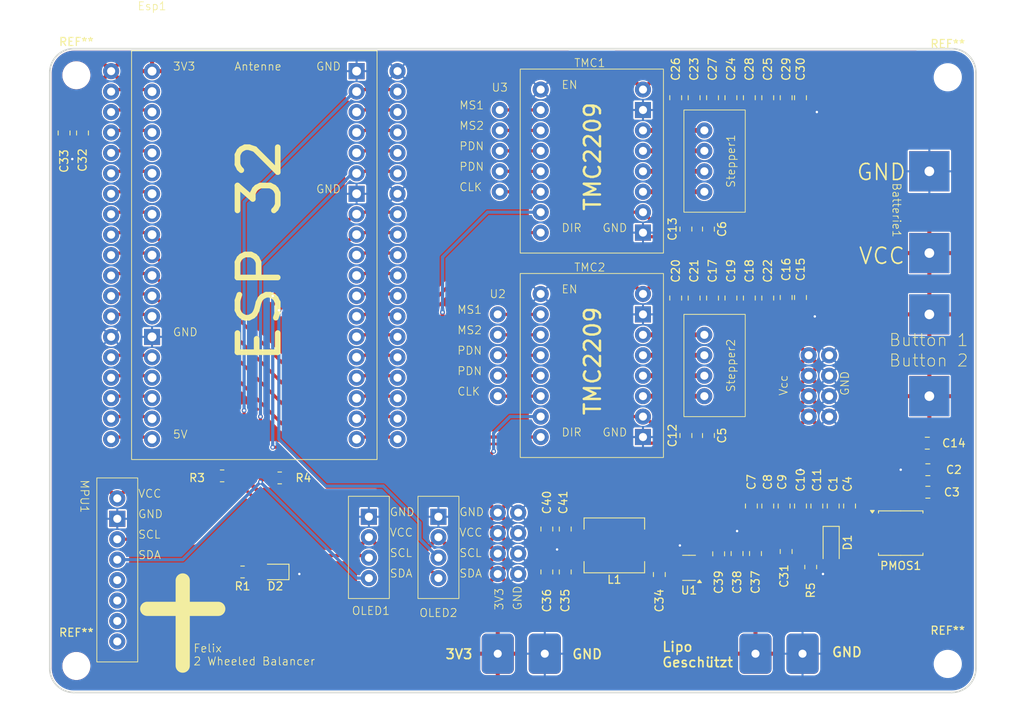
<source format=kicad_pcb>
(kicad_pcb (version 20241229) (generator "pcbnew") (generator_version "9.0")
  (layers (0 "F.Cu" signal) (2 "B.Cu" signal) (13 "F.Paste" user) (15 "B.Paste" user) (5 "F.SilkS" user "F.Silkscreen") (7 "B.SilkS" user "B.Silkscreen") (1 "F.Mask" user) (3 "B.Mask" user) (25 "Edge.Cuts" user))
  (net 0 "")
  (net 1 "GND")
  (net 2 "/SDA2")
  (net 3 "/STEP2")
  (net 4 "/DIR2")
  (net 5 "/SCL1")
  (net 6 "/SDA1")
  (net 7 "/SCL2")
  (net 8 "/STEP1")
  (net 9 "/DIR1")
  (net 10 "+3V3")
  (net 11 "Net-(TMC1-B1)")
  (net 12 "Net-(TMC1-A2)")
  (net 13 "Net-(TMC1-A1)")
  (net 14 "Net-(TMC1-B2)")
  (net 15 "Net-(TMC2-A2)")
  (net 16 "Net-(TMC2-B1)")
  (net 17 "Net-(TMC2-A1)")
  (net 18 "Net-(TMC2-B2)")
  (net 19 "+7.5V")
  (net 20 "/2s Lipo")
  (net 21 "/2s lipo after Button")
  (net 22 "Net-(D1-A)")
  (net 23 "Net-(D2-A)")
  (net 24 "Net-(U1-BST)")
  (net 25 "Net-(U1-SW)")
  (net 30 "/0")
  (net 31 "/22")
  (net 32 "/35")
  (net 33 "/15")
  (net 34 "/VP")
  (net 35 "/D3")
  (net 36 "/TX")
  (net 37 "/13")
  (net 38 "/12")
  (net 39 "/CMD")
  (net 40 "/2")
  (net 41 "/16")
  (net 42 "/4")
  (net 43 "/17")
  (net 44 "/5v")
  (net 45 "/D2")
  (net 46 "/D0")
  (net 47 "/34")
  (net 48 "/VN")
  (net 49 "/CLK")
  (net 50 "/En")
  (net 51 "/33")
  (net 52 "/RX")
  (net 53 "/5")
  (net 54 "/D1")
  (net 55 "/32")
  (net 56 "Net-(TMC1-MS1)")
  (net 57 "Net-(TMC1-PDN-Pad5)")
  (net 58 "Net-(TMC1-MS2)")
  (net 59 "Net-(TMC1-PDN-Pad4)")
  (net 60 "Net-(TMC1-CLK)")
  (net 61 "Net-(TMC2-CLK)")
  (net 62 "Net-(TMC2-PDN-Pad5)")
  (net 63 "Net-(TMC2-PDN-Pad4)")
  (net 64 "Net-(TMC2-MS2)")
  (net 65 "Net-(TMC2-MS1)")
  (footprint "Package_SO:SOIC-8_5.3x5.3mm_P1.27mm" (layer "F.Cu") (at 174.244 105.918)
    (property "Reference" "PMOS1")
    (property "Value" "~")
  )
  (footprint "Capacitor_SMD:C_0805_2012Metric" (layer "F.Cu") (at 132.588 105.41 -90)
    (property "Reference" "C41")
    (property "Value" "0.1uf ceramic")
  )
  (footprint "Capacitor_SMD:C_0805_2012Metric" (layer "F.Cu") (at 155.448 76.708 -90)
    (property "Reference" "C18")
    (property "Value" "22uf ceramic")
  )
  (footprint "stepperbalancerelectronicsfootprints:Test Pad" (layer "F.Cu") (at 124.206 120.904)
    (property "Reference" "U6" (hide yes))
    (property "Value" "~")
  )
  (footprint "stepperbalancerelectronicsfootprints:MPU6050" (layer "F.Cu") (at 76.962 101.6 -90)
    (property "Reference" "MPU1")
    (property "Value" "~")
  )
  (footprint "Capacitor_SMD:C_0805_2012Metric" (layer "F.Cu") (at 153.924 108.458 -90)
    (property "Reference" "C38")
    (property "Value" "1uf ceramic")
  )
  (footprint "Resistor_SMD:R_0805_2012Metric" (layer "F.Cu") (at 89.98 98.806)
    (property "Reference" "R3")
    (property "Value" "3,3ko")
  )
  (footprint "Capacitor_SMD:C_0805_2012Metric" (layer "F.Cu") (at 147.574 93.792 90)
    (property "Reference" "C12")
    (property "Value" "1uf ceramic")
  )
  (footprint "MountingHole:MountingHole_3.2mm_M3" (layer "F.Cu") (at 180.086 122.174)
    (property "Reference" "REF**")
    (property "Value" "MountingHole_3.2mm_M3")
  )
  (footprint "MountingHole:MountingHole_3.2mm_M3" (layer "F.Cu") (at 71.882 49.022)
    (property "Reference" "REF**")
    (property "Value" "MountingHole_3.2mm_M3")
  )
  (footprint "Capacitor_SMD:C_0805_2012Metric" (layer "F.Cu") (at 157.734 76.708 -90)
    (property "Reference" "C22")
    (property "Value" "22uf ceramic")
  )
  (footprint "Capacitor_SMD:C_0805_2012Metric" (layer "F.Cu") (at 151.638 108.489 90)
    (property "Reference" "C39")
    (property "Value" "0.1uf ceramic")
  )
  (footprint "stepperbalancerelectronicsfootprints:Stepper extra connecter" (layer "F.Cu") (at 124.206 78.74 -90)
    (property "Reference" "U2")
    (property "Value" "~")
  )
  (footprint "Capacitor_SMD:C_0805_2012Metric" (layer "F.Cu") (at 153.162 76.708 -90)
    (property "Reference" "C19")
    (property "Value" "22uf ceramic")
  )
  (footprint "Capacitor_SMD:C_0805_2012Metric" (layer "F.Cu") (at 146.304 51.816 -90)
    (property "Reference" "C26")
    (property "Value" "22uf ceramic")
  )
  (footprint "Capacitor_SMD:C_0805_2012Metric" (layer "F.Cu") (at 167.894 102.55 90)
    (property "Reference" "C4")
    (property "Value" "0.1uf ceramic")
  )
  (footprint "Capacitor_SMD:C_0805_2012Metric" (layer "F.Cu") (at 163.83 102.55 90)
    (property "Reference" "C11")
    (property "Value" "22uf ceramic")
  )
  (footprint "Capacitor_SMD:C_0805_2012Metric" (layer "F.Cu") (at 160.02 76.642 90)
    (property "Reference" "C16")
    (property "Value" "1uf ceramic")
  )
  (footprint "Capacitor_SMD:C_0805_2012Metric" (layer "F.Cu") (at 156.21 108.458 -90)
    (property "Reference" "C37")
    (property "Value" "22uf ceramic")
  )
  (footprint "stepperbalancerelectronicsfootprints:4x Power" (layer "F.Cu") (at 124.206 103.378)
    (property "Reference" "U4" (hide yes))
    (property "Value" "~")
  )
  (footprint "Resistor_SMD:R_0805_2012Metric" (layer "F.Cu") (at 163.068 110.1325 90)
    (property "Reference" "R5")
    (property "Value" "100ko")
  )
  (footprint "Capacitor_SMD:C_0805_2012Metric" (layer "F.Cu") (at 72.644 56.2 90)
    (property "Reference" "C32")
    (property "Value" "1uf ceramic")
  )
  (footprint "LED_SMD:LED_0805_2012Metric" (layer "F.Cu") (at 96.5985 110.744 180)
    (property "Reference" "D2")
    (property "Value" "LED")
  )
  (footprint "Capacitor_SMD:C_0805_2012Metric" (layer "F.Cu") (at 144.272 111.064 -90)
    (property "Reference" "C34")
    (property "Value" "0.1uf ceramic")
  )
  (footprint "stepperbalancerelectronicsfootprints:Stepper extra connecter" (layer "F.Cu") (at 124.46 53.34 -90)
    (property "Reference" "U3")
    (property "Value" "~")
  )
  (footprint "Capacitor_SMD:C_0805_2012Metric" (layer "F.Cu") (at 161.798 51.816 -90)
    (property "Reference" "C30")
    (property "Value" "0.1uf ceramic")
  )
  (footprint "stepperbalancerelectronicsfootprints:ESP breakouts" (layer "F.Cu") (at 76.2 48.514)
    (property "Reference" "Esp32C1" (hide yes))
    (property "Value" "~" (hide yes))
  )
  (footprint "Capacitor_SMD:C_0805_2012Metric" (layer "F.Cu") (at 177.546 94.742 180)
    (property "Reference" "C14")
    (property "Value" "0.1uf ceramic")
  )
  (footprint "Capacitor_SMD:C_0805_2012Metric" (layer "F.Cu") (at 150.876 76.708 -90)
    (property "Reference" "C17")
    (property "Value" "22uf ceramic")
  )
  (footprint "Diode_SMD:D_SOD-123" (layer "F.Cu") (at 165.608 107.442 -90)
    (property "Reference" "D1")
    (property "Value" "D_Zener")
  )
  (footprint "stepperbalancerelectronicsfootprints:Button_connector" (layer "F.Cu") (at 182.88 86.36 -90)
    (property "Reference" "Button1" (hide yes))
    (property "Value" "~")
  )
  (footprint "Capacitor_SMD:C_0805_2012Metric" (layer "F.Cu") (at 157.734 51.816 -90)
    (property "Reference" "C25")
    (property "Value" "22uf ceramic")
  )
  (footprint "Capacitor_SMD:C_0805_2012Metric" (layer "F.Cu") (at 148.59 51.816 -90)
    (property "Reference" "C23")
    (property "Value" "22uf ceramic")
  )
  (footprint "Capacitor_SMD:C_0805_2012Metric" (layer "F.Cu") (at 132.588 110.744 90)
    (property "Reference" "C35")
    (property "Value" "22uf ceramic")
  )
  (footprint "Capacitor_SMD:C_0805_2012Metric" (layer "F.Cu") (at 160.02 108.204 -90)
    (property "Reference" "C31")
    (property "Value" "47nf ceramic")
  )
  (footprint "Capacitor_SMD:C_0805_2012Metric" (layer "F.Cu") (at 150.368 93.792 -90)
    (property "Reference" "C5")
    (property "Value" "0.1uf ceramic")
  )
  (footprint "Capacitor_SMD:C_0805_2012Metric" (layer "F.Cu") (at 157.734 102.55 90)
    (property "Reference" "C8")
    (property "Value" "22uf ceramic")
  )
  (footprint "Capacitor_SMD:C_0805_2012Metric" (layer "F.Cu") (at 146.304 76.708 -90)
    (property "Reference" "C20")
    (property "Value" "22uf ceramic")
  )
  (footprint "Capacitor_SMD:C_0805_2012Metric" (layer "F.Cu") (at 177.612 98.044)
    (property "Reference" "C2")
    (property "Value" "1uf ceramic")
  )
  (footprint "stepperbalancerelectronicsfootprints:OLED" (layer "F.Cu") (at 108.204 103.886 -90)
    (property "Reference" "OLED1")
    (property "Value" "~")
  )
  (footprint "Capacitor_SMD:C_0805_2012Metric" (layer "F.Cu") (at 130.302 110.744 90)
    (property "Reference" "C36")
    (property "Value" "22uf ceramic")
  )
  (footprint "Capacitor_SMD:C_0805_2012Metric" (layer "F.Cu") (at 160.02 51.816 90)
    (property "Reference" "C29")
    (property "Value" "1uf ceramic")
  )
  (footprint "stepperbalancerelectronicsfootprints:Stepper" (layer "F.Cu") (at 149.86 55.88)
    (property "Reference" "Stepper1")
    (property "Value" "~")
  )
  (footprint "stepperbalancerelectronicsfootprints:TMC2209" (layer "F.Cu") (at 129.54 76.2)
    (property "Reference" "TMC2")
    (property "Value" "~")
  )
  (footprint "MountingHole:MountingHole_3.2mm_M3" (layer "F.Cu") (at 71.882 122.428)
    (property "Reference" "REF**")
    (property "Value" "MountingHole_3.2mm_M3")
  )
  (footprint "Package_TO_SOT_SMD:TSOT-23-6" (layer "F.Cu") (at 147.9605 110.236 180)
    (property "Reference" "U1")
    (property "Value" "AP63203WU")
  )
  (footprint "Resistor_SMD:R_0805_2012Metric" (layer "F.Cu") (at 97.1315 99.06)
    (property "Reference" "R4")
    (property "Value" "3,3ko")
  )
  (footprint "stepperbalancerelectronicsfootprints:ESP32" (layer "F.Cu") (at 81.28 48.514)
    (property "Reference" "Esp1")
    (property "Value" "~")
  )
  (footprint "Resistor_SMD:R_0805_2012Metric" (layer "F.Cu") (at 92.519 110.744)
    (property "Reference" "R1")
    (property "Value" "330o")
  )
  (footprint "stepperbalancerelectronicsfootprints:TMC2209" (layer "F.Cu") (at 129.54 50.8)
    (property "Reference" "TMC1")
    (property "Value" "~")
  )
  (footprint "Capacitor_SMD:C_0805_2012Metric" (layer "F.Cu") (at 155.702 102.55 90)
    (property "Reference" "C7")
    (property "Value" "22uf ceramic")
  )
  (footprint "Capacitor_SMD:C_0805_2012Metric" (layer "F.Cu") (at 161.798 76.642 -90)
    (property "Reference" "C15")
    (property "Value" "0.1uf ceramic")
  )
  (footprint "Capacitor_SMD:C_0805_2012Metric" (layer "F.Cu") (at 70.358 56.2 -90)
    (property "Reference" "C33")
    (property "Value" "0.1uf ceramic")
  )
  (footprint "stepperbalancerelectronicsfootprints:Test Pad" (layer "F.Cu") (at 156.21 120.904)
    (property "Reference" "U8" (hide yes))
    (property "Value" "~")
  )
  (footprint "Capacitor_SMD:C_0805_2012Metric" (layer "F.Cu") (at 147.574 68.138 90)
    (property "Reference" "C13")
    (property "Value" "1uf ceramic")
  )
  (footprint "Capacitor_SMD:C_0805_2012Metric" (layer "F.Cu") (at 150.368 68.138 -90)
    (property "Reference" "C6")
    (property "Value" "0.1uf ceramic")
  )
  (footprint "stepperbalancerelectronicsfootprints:Test Pad" (layer "F.Cu") (at 130.048 120.904)
    (property "Reference" "U7" (hide yes))
    (property "Value" "~")
  )
  (footprint "Capacitor_SMD:C_0805_2012Metric" (layer "F.Cu") (at 155.448 51.816 -90)
    (property "Reference" "C28")
    (property "Value" "22uf ceramic")
  )
  (footprint "Capacitor_SMD:C_0805_2012Metric" (layer "F.Cu") (at 165.862 102.55 90)
    (property "Reference" "C1")
    (property "Value" "1uf ceramic")
  )
  (footprint "stepperbalancerelectronicsfootprints:Batterie" (layer "F.Cu") (at 182.88 63.5 -90)
    (property "Reference" "Batterie1")
    (property "Value" "~")
  )
  (footprint "Capacitor_SMD:C_0805_2012Metric" (layer "F.Cu") (at 177.612 100.838 180)
    (property "Reference" "C3")
    (property "Value" "10uf ceramic")
  )
  (footprint "stepperbalancerelectronicsfootprints:Test Pad" (layer "F.Cu") (at 162.052 120.904)
    (property "Reference" "U9" (hide yes))
    (property "Value" "~")
  )
  (footprint "Capacitor_SMD:C_0805_2012Metric" (layer "F.Cu") (at 148.59 76.708 -90)
    (property "Reference" "C21")
    (property "Value" "22uf ceramic")
  )
  (footprint "Capacitor_SMD:C_0805_2012Metric" (layer "F.Cu") (at 159.766 102.55 90)
    (property "Reference" "C9")
    (property "Value" "22uf ceramic")
  )
  (footprint "Capacitor_SMD:C_0805_2012Metric" (layer "F.Cu") (at 153.162 51.816 -90)
    (property "Reference" "C24")
    (property "Value" "22uf ceramic")
  )
  (footprint "stepperbalancerelectronicsfootprints:4x Power" (layer "F.Cu") (at 162.814 83.82)
    (property "Reference" "U5" (hide yes))
    (property "Value" "~")
  )
  (footprint "Inductor_SMD:L_Chilisin_BMRB00060624" (layer "F.Cu") (at 138.684 107.442 180)
    (property "Reference" "L1")
    (property "Value" "L 4.7uH")
  )
  (footprint "MountingHole:MountingHole_3.2mm_M3" (layer "F.Cu") (at 180.086 49.276)
    (property "Reference" "REF**")
    (property "Value" "MountingHole_3.2mm_M3")
  )
  (footprint "stepperbalancerelectronicsfootprints:Stepper" (layer "F.Cu") (at 149.86 81.28)
    (property "Reference" "Stepper2")
    (property "Value" "~")
  )
  (footprint "Capacitor_SMD:C_0805_2012Metric" (layer "F.Cu") (at 161.798 102.55 90)
    (property "Reference" "C10")
    (property "Value" "22uf ceramic")
  )
  (footprint "Capacitor_SMD:C_0805_2012Metric" (layer "F.Cu") (at 150.876 51.816 -90)
    (property "Reference" "C27")
    (property "Value" "22uf ceramic")
  )
  (footprint "Capacitor_SMD:C_0805_2012Metric" (layer "F.Cu") (at 130.302 105.41 90)
    (property "Reference" "C40")
    (property "Value" "1uf ceramic")
  )
  (footprint "stepperbalancerelectronicsfootprints:OLED" (layer "F.Cu") (at 116.84 103.886 -90)
    (property "Reference" "OLED2")
    (property "Value" "~")
  )
  (gr_poly (pts (xy 85.135387 110.921537) (xy 85.180177 110.924943) (xy 85.224315 110.930552) (xy 85.267747 110.938308) (xy 85.310417 110.948156) (xy 85.352269 110.960041) (xy 85.393248 110.973906) (xy 85.433299 110.989698) (xy 85.472366 111.00736) (xy 85.510394 111.026837) (xy 85.547327 111.048073) (xy 85.58311 111.071013) (xy 85.617688 111.095602) (xy 85.651005 111.121784) (xy 85.683006 111.149504) (xy 85.713635 111.178707) (xy 85.742837 111.209336) (xy 85.770556 111.241337) (xy 85.796738 111.274655) (xy 85.821326 111.309233) (xy 85.844266 111.345016) (xy 85.865502 111.381949) (xy 85.884978 111.419977) (xy 85.902639 111.459044) (xy 85.91843 111.499094) (xy 85.932296 111.540073) (xy 85.94418 111.581924) (xy 85.954028 111.624593) (xy 85.961783 111.668024) (xy 85.967392 111.712161) (xy 85.970798 111.75695) (xy 85.971945 111.802334) (xy 85.971945 114.448167) (xy 89.499722 114.448167) (xy 89.545108 114.449315) (xy 89.589898 114.452721) (xy 89.634037 114.458329) (xy 89.677468 114.466085) (xy 89.720138 114.475933) (xy 89.76199 114.487818) (xy 89.802969 114.501684) (xy 89.84302 114.517475) (xy 89.882087 114.535137) (xy 89.920115 114.554614) (xy 89.957048 114.57585) (xy 89.992831 114.598791) (xy 90.027409 114.623379) (xy 90.060726 114.649562) (xy 90.092727 114.677282) (xy 90.123356 114.706484) (xy 90.152558 114.737114) (xy 90.180277 114.769115) (xy 90.206459 114.802432) (xy 90.231048 114.83701) (xy 90.253987 114.872793) (xy 90.275223 114.909726) (xy 90.294699 114.947754) (xy 90.312361 114.986821) (xy 90.328152 115.026871) (xy 90.342017 115.06785) (xy 90.353901 115.109701) (xy 90.363749 115.15237) (xy 90.371505 115.195801) (xy 90.377113 115.239938) (xy 90.380519 115.284727) (xy 90.381666 115.330112) (xy 90.380519 115.375498) (xy 90.377113 115.420288) (xy 90.371505 115.464426) (xy 90.363749 115.507858) (xy 90.353901 115.550528) (xy 90.342017 115.59238) (xy 90.328152 115.633359) (xy 90.312361 115.67341) (xy 90.294699 115.712477) (xy 90.275223 115.750505) (xy 90.253987 115.787438) (xy 90.231048 115.823221) (xy 90.206459 115.857799) (xy 90.180277 115.891116) (xy 90.152558 115.923117) (xy 90.123356 115.953746) (xy 90.092727 115.982948) (xy 90.060726 116.010667) (xy 90.027409 116.036849) (xy 89.992831 116.061437) (xy 89.957048 116.084377) (xy 89.920115 116.105613) (xy 89.882087 116.125089) (xy 89.84302 116.14275) (xy 89.802969 116.158541) (xy 89.76199 116.172407) (xy 89.720138 116.184291) (xy 89.677468 116.194138) (xy 89.634037 116.201894) (xy 89.589898 116.207503) (xy 89.545108 116.210908) (xy 89.499722 116.212056) (xy 85.971945 116.212056) (xy 85.971945 122.385666) (xy 85.970798 122.431052) (xy 85.967392 122.475842) (xy 85.961783 122.519981) (xy 85.954028 122.563413) (xy 85.94418 122.606082) (xy 85.932296 122.647934) (xy 85.91843 122.688914) (xy 85.902639 122.728964) (xy 85.884978 122.768031) (xy 85.865502 122.806059) (xy 85.844266 122.842992) (xy 85.821326 122.878776) (xy 85.796738 122.913353) (xy 85.770556 122.94667) (xy 85.742837 122.978671) (xy 85.713635 123.0093) (xy 85.683006 123.038502) (xy 85.651005 123.066222) (xy 85.617688 123.092403) (xy 85.58311 123.116992) (xy 85.547327 123.139932) (xy 85.510394 123.161167) (xy 85.472366 123.180644) (xy 85.433299 123.198305) (xy 85.393248 123.214096) (xy 85.352269 123.227961) (xy 85.310417 123.239846) (xy 85.267747 123.249693) (xy 85.224315 123.257449) (xy 85.180177 123.263058) (xy 85.135387 123.266463) (xy 85.090001 123.267611) (xy 85.044615 123.266463) (xy 84.999825 123.263058) (xy 84.955686 123.257449) (xy 84.912254 123.249693) (xy 84.869584 123.239846) (xy 84.827732 123.227961) (xy 84.786753 123.214096) (xy 84.746702 123.198305) (xy 84.707635 123.180644) (xy 84.669607 123.161167) (xy 84.632674 123.139932) (xy 84.596891 123.116992) (xy 84.562313 123.092403) (xy 84.528996 123.066222) (xy 84.496995 123.038502) (xy 84.466366 123.0093) (xy 84.437164 122.978671) (xy 84.409445 122.94667) (xy 84.383263 122.913353) (xy 84.358674 122.878776) (xy 84.335735 122.842992) (xy 84.314499 122.806059) (xy 84.295023 122.768031) (xy 84.277361 122.728964) (xy 84.26157 122.688914) (xy 84.247705 122.647934) (xy 84.235821 122.606082) (xy 84.225973 122.563413) (xy 84.218217 122.519981) (xy 84.212609 122.475842) (xy 84.209203 122.431052) (xy 84.208056 122.385666) (xy 84.208056 116.212056) (xy 80.680279 116.212056) (xy 80.634894 116.210908) (xy 80.590106 116.207503) (xy 80.545968 116.201894) (xy 80.502537 116.194138) (xy 80.459868 116.184291) (xy 80.418017 116.172407) (xy 80.377038 116.158541) (xy 80.336988 116.14275) (xy 80.297921 116.125089) (xy 80.259893 116.105613) (xy 80.22296 116.084377) (xy 80.187177 116.061437) (xy 80.152599 116.036849) (xy 80.119282 116.010667) (xy 80.087281 115.982948) (xy 80.056651 115.953746) (xy 80.027449 115.923117) (xy 79.999729 115.891116) (xy 79.973547 115.857799) (xy 79.948958 115.823221) (xy 79.926017 115.787438) (xy 79.904781 115.750505) (xy 79.885304 115.712477) (xy 79.867643 115.67341) (xy 79.851851 115.633359) (xy 79.837985 115.59238) (xy 79.826101 115.550528) (xy 79.816253 115.507858) (xy 79.808496 115.464426) (xy 79.802888 115.420288) (xy 79.799482 115.375498) (xy 79.798334 115.330112) (xy 79.799482 115.284727) (xy 79.802888 115.239938) (xy 79.808496 115.195801) (xy 79.816253 115.15237) (xy 79.826101 115.109701) (xy 79.837985 115.06785) (xy 79.851851 115.026871) (xy 79.867643 114.986821) (xy 79.885304 114.947754) (xy 79.904781 114.909726) (xy 79.926017 114.872793) (xy 79.948958 114.83701) (xy 79.973547 114.802432) (xy 79.999729 114.769115) (xy 80.027449 114.737114) (xy 80.056651 114.706484) (xy 80.087281 114.677282) (xy 80.119282 114.649562) (xy 80.152599 114.623379) (xy 80.187177 114.598791) (xy 80.22296 114.57585) (xy 80.259893 114.554614) (xy 80.297921 114.535137) (xy 80.336988 114.517475) (xy 80.377038 114.501684) (xy 80.418017 114.487818) (xy 80.459868 114.475933) (xy 80.502537 114.466085) (xy 80.545968 114.458329) (xy 80.590106 114.452721) (xy 80.634894 114.449315) (xy 80.680279 114.448167) (xy 84.208056 114.448167) (xy 84.208056 111.802334) (xy 84.209203 111.75695) (xy 84.212609 111.712161) (xy 84.218217 111.668024) (xy 84.225973 111.624593) (xy 84.235821 111.581924) (xy 84.247705 111.540073) (xy 84.26157 111.499094) (xy 84.277361 111.459044) (xy 84.295023 111.419977) (xy 84.314499 111.381949) (xy 84.335735 111.345016) (xy 84.358674 111.309233) (xy 84.383263 111.274655) (xy 84.409445 111.241337) (xy 84.437164 111.209336) (xy 84.466366 111.178707) (xy 84.496995 111.149504) (xy 84.528996 111.121784) (xy 84.562313 111.095602) (xy 84.596891 111.071013) (xy 84.632674 111.048073) (xy 84.669607 111.026837) (xy 84.707635 111.00736) (xy 84.746702 110.989698) (xy 84.786753 110.973906) (xy 84.827732 110.960041) (xy 84.869584 110.948156) (xy 84.912254 110.938308) (xy 84.955686 110.930552) (xy 84.999825 110.924943) (xy 85.044615 110.921537) (xy 85.090001 110.92039)) (fill yes) (layer "F.SilkS"))
  (gr_line (start 68.58 122.72) (end 68.58 48.72) (stroke (width 0.2)) (layer "Edge.Cuts"))
  (gr_arc (start 68.58 48.72) (mid 69.45868 46.59868) (end 71.58 45.72) (stroke (width 0.2)) (layer "Edge.Cuts"))
  (gr_arc (start 71.58 125.72) (mid 69.45868 124.84132) (end 68.58 122.72) (stroke (width 0.2)) (layer "Edge.Cuts"))
  (gr_line (start 183.58 48.72) (end 183.58 122.72) (stroke (width 0.2)) (layer "Edge.Cuts"))
  (gr_line (start 180.58 125.72) (end 71.58 125.72) (stroke (width 0.2)) (layer "Edge.Cuts"))
  (gr_line (start 71.58 45.72) (end 180.58 45.72) (stroke (width 0.2)) (layer "Edge.Cuts"))
  (gr_arc (start 183.58 122.72) (mid 182.70132 124.84132) (end 180.58 125.72) (stroke (width 0.2)) (layer "Edge.Cuts"))
  (gr_arc (start 180.58 45.72) (mid 182.70132 46.59868) (end 183.58 48.72) (stroke (width 0.2)) (layer "Edge.Cuts"))
  (gr_text "3V3" (at 117.602 121.666 0) (layer "F.SilkS") (effects (font (size 1.2 1.2) (thickness 0.2) (bold yes)) (justify left bottom)))
  (gr_text "Felix\n2 Wheeled Balancer" (at 86.36 122.428 0) (layer "F.SilkS") (effects (font (size 1 1) (thickness 0.1)) (justify left bottom)))
  (gr_text "Lipo\nGeschützt" (at 144.526 122.682 0) (layer "F.SilkS") (effects (font (size 1.2 1.2) (thickness 0.2) (bold yes)) (justify left bottom)))
  (gr_text "ESP 32" (at 97.536 85.09 90) (layer "F.SilkS") (effects (font (size 5 5) (thickness 0.7)) (justify left bottom)))
  (gr_text "3V3" (at 124.968 115.57 90) (layer "F.SilkS") (effects (font (size 1 1) (thickness 0.1)) (justify left bottom)))
  (gr_text "GND" (at 165.608 121.412 0) (layer "F.SilkS") (effects (font (size 1.2 1.2) (thickness 0.2) (bold yes)) (justify left bottom)))
  (gr_text "GND" (at 133.35 121.666 0) (layer "F.SilkS") (effects (font (size 1.2 1.2) (thickness 0.2) (bold yes)) (justify left bottom)))
  (segment (start 96.774 110.744) (end 99.314 110.744) (width 0.2) (layer "F.Cu") (net 1))
  (segment (start 165.354 101.6) (end 161.798 98.044) (width 0.6) (layer "F.Cu") (net 1))
  (segment (start 130.302 109.794) (end 131.572 108.524) (width 0.4) (layer "F.Cu") (net 1))
  (segment (start 176.596 95.692) (end 174.244 98.044) (width 0.4) (layer "F.Cu") (net 1))
  (segment (start 158.242 101.6) (end 161.798 98.044) (width 0.6) (layer "F.Cu") (net 1))
  (segment (start 150.368 94.742) (end 143.002 94.742) (width 0.4) (layer "F.Cu") (net 1))
  (segment (start 176.662 98.044) (end 174.244 98.044) (width 0.4) (layer "F.Cu") (net 1))
  (segment (start 131.572 108.204) (end 131.572 107.95) (width 0.4) (layer "F.Cu") (net 1))
  (segment (start 130.302 106.68) (end 131.572 107.95) (width 0.4) (layer "F.Cu") (net 1))
  (segment (start 132.588 106.36) (end 132.588 106.934) (width 0.4) (layer "F.Cu") (net 1))
  (segment (start 159.766 101.6) (end 159.766 100.076) (width 0.6) (layer "F.Cu") (net 1))
  (segment (start 153.162 52.766) (end 163.002 52.766) (width 0.4) (layer "F.Cu") (net 1))
  (segment (start 176.662 100.838) (end 176.662 100.462) (width 0.4) (layer "F.Cu") (net 1))
  (segment (start 151.638 107.539) (end 152.049 107.539) (width 0.6) (layer "F.Cu") (net 1))
  (segment (start 146.823 109.286) (end 146.823 107.453) (width 0.4) (layer "F.Cu") (net 1))
  (segment (start 132.588 106.934) (end 131.572 107.95) (width 0.4) (layer "F.Cu") (net 1))
  (segment (start 71.374 59.436) (end 71.374 58.42) (width 0.4) (layer "F.Cu") (net 1))
  (segment (start 176.662 100.462) (end 174.244 98.044) (width 0.4) (layer "F.Cu") (net 1))
  (segment (start 132.4 109.794) (end 131.572 108.966) (width 0.4) (layer "F.Cu") (net 1))
  (segment (start 146.304 52.766) (end 157.734 52.766) (width 0.4) (layer "F.Cu") (net 1))
  (segment (start 163.068 111.045) (end 164.545 111.045) (width 0.6) (layer "F.Cu") (net 1))
  (segment (start 153.924 107.508) (end 153.924 105.664) (width 0.6) (layer "F.Cu") (net 1))
  (segment (start 131.572 108.524) (end 131.572 108.204) (width 0.4) (layer "F.Cu") (net 1))
  (segment (start 71.374 58.42) (end 72.644 57.15) (width 0.4) (layer "F.Cu") (net 1))
  (segment (start 131.572 108.966) (end 131.572 108.204) (width 0.4) (layer "F.Cu") (net 1))
  (segment (start 152.049 107.539) (end 153.924 105.664) (width 0.6) (layer "F.Cu") (net 1))
  (segment (start 156.21 107.508) (end 155.768 107.508) (width 0.6) (layer "F.Cu") (net 1))
  (segment (start 71.374 58.166) (end 70.358 57.15) (width 0.4) (layer "F.Cu") (net 1))
  (segment (start 71.374 59.436) (end 71.374 58.166) (width 0.4) (layer "F.Cu") (net 1))
  (segment (start 163.83 101.6) (end 163.83 100.076) (width 0.6) (layer "F.Cu") (net 1))
  (segment (start 162.24 77.658) (end 163.576 78.994) (width 0.4) (layer "F.Cu") (net 1))
  (segment (start 176.596 94.742) (end 176.596 95.692) (width 0.4) (layer "F.Cu") (net 1))
  (segment (start 130.302 106.36) (end 130.302 106.68) (width 0.4) (layer "F.Cu") (net 1))
  (segment (start 155.768 107.508) (end 153.924 105.664) (width 0.6) (layer "F.Cu") (net 1))
  (segment (start 157.734 77.658) (end 157.734 77.724) (width 0.4) (layer "F.Cu") (net 1))
  (segment (start 161.798 101.6) (end 161.798 98.044) (width 0.6) (layer "F.Cu") (net 1))
  (segment (start 142.773 68.047) (end 142.24 68.58) (width 0.2) (layer "F.Cu") (net 1))
  (segment (start 96.762 110.744) (end 96.774 110.744) (width 0.2) (layer "F.Cu") (net 1))
  (segment (start 157.734 77.658) (end 162.24 77.658) (width 0.4) (layer "F.Cu") (net 1))
  (segment (start 146.304 77.658) (end 157.734 77.658) (width 0.4) (layer "F.Cu") (net 1))
  (segment (start 147.066 69.088) (end 149.606 69.088) (width 0.4) (layer "F.Cu") (net 1))
  (segment (start 164.545 111.045) (end 164.592 110.998) (width 0.6) (layer "F.Cu") (net 1))
  (segment (start 163.002 52.766) (end 163.83 53.594) (width 0.4) (layer "F.Cu") (net 1))
  (segment (start 142.748 69.088) (end 147.066 69.088) (width 0.4) (layer "F.Cu") (net 1))
  (segment (start 167.894 101.6) (end 165.354 101.6) (width 0.6) (layer "F.Cu") (net 1))
  (segment (start 155.702 101.6) (end 158.242 101.6) (width 0.6) (layer "F.Cu") (net 1))
  (segment (start 99.314 110.744) (end 99.568 110.998) (width 0.4) (layer "F.Cu") (net 1))
  (segment (start 142.24 68.58) (end 142.748 69.088) (width 0.4) (layer "F.Cu") (net 1))
  (segment (start 96.9495 110.744) (end 99.314 110.744) (width 0.4) (layer "F.Cu") (net 1))
  (segment (start 142.519 93.701) (end 142.24 93.98) (width 0.2) (layer "F.Cu") (net 1))
  (segment (start 159.766 100.076) (end 161.798 98.044) (width 0.6) (layer "F.Cu") (net 1))
  (segment (start 143.002 94.742) (end 142.24 93.98) (width 0.4) (layer "F.Cu") (net 1))
  (segment (start 163.83 100.076) (end 161.798 98.044) (width 0.6) (layer "F.Cu") (net 1))
  (segment (start 132.588 109.794) (end 132.4 109.794) (width 0.4) (layer "F.Cu") (net 1))
  (via (at 161.798 98.044) (size 0.6) (drill 0.3) (layers "F.Cu" "B.Cu") (net 1))
  (via (at 146.823 107.453) (size 0.6) (drill 0.3) (layers "F.Cu" "B.Cu") (net 1))
  (via (at 71.374 59.436) (size 0.6) (drill 0.3) (layers "F.Cu" "B.Cu") (net 1))
  (via (at 131.572 107.95) (size 0.6) (drill 0.3) (layers "F.Cu" "B.Cu") (net 1))
  (via (at 164.592 110.998) (size 0.6) (drill 0.3) (layers "F.Cu" "B.Cu") (net 1))
  (via (at 99.568 110.998) (size 0.6) (drill 0.3) (layers "F.Cu" "B.Cu") (net 1))
  (via (at 153.924 105.664) (size 0.6) (drill 0.3) (layers "F.Cu" "B.Cu") (net 1))
  (via (at 163.576 78.994) (size 0.6) (drill 0.3) (layers "F.Cu" "B.Cu") (net 1))
  (via (at 174.244 98.044) (size 0.6) (drill 0.3) (layers "F.Cu" "B.Cu") (net 1))
  (via (at 163.83 53.594) (size 0.6) (drill 0.3) (layers "F.Cu" "B.Cu") (net 1))
  (segment (start 102.608 101.092) (end 108.966 101.092) (width 0.4) (layer "F.Cu") (net 2))
  (segment (start 112.268 106.934) (end 116.84 111.506) (width 0.4) (layer "F.Cu") (net 2))
  (segment (start 108.966 101.092) (end 112.268 104.394) (width 0.4) (layer "F.Cu") (net 2))
  (segment (start 96.766 95.25) (end 102.608 101.092) (width 0.4) (layer "F.Cu") (net 2))
  (segment (start 112.268 104.394) (end 112.268 106.934) (width 0.4) (layer "F.Cu") (net 2))
  (segment (start 96.266 76.454) (end 106.68 66.04) (width 0.4) (layer "F.Cu") (net 2))
  (segment (start 96.266 95.25) (end 96.766 95.25) (width 0.4) (layer "F.Cu") (net 2))
  (segment (start 106.68 66.04) (end 111.76 66.04) (width 0.4) (layer "F.Cu") (net 2))
  (via (at 96.266 95.25) (size 0.6) (drill 0.3) (layers "F.Cu" "B.Cu") (net 2))
  (via (at 96.266 76.454) (size 0.6) (drill 0.3) (layers "F.Cu" "B.Cu") (net 2))
  (segment (start 96.266 76.454) (end 96.266 95.25) (width 0.4) (layer "B.Cu") (net 2))
  (segment (start 120.879 98.577) (end 123.698 95.758) (width 0.4) (layer "F.Cu") (net 3))
  (segment (start 103.657 98.577) (end 120.879 98.577) (width 0.4) (layer "F.Cu") (net 3))
  (segment (start 76.2 76.2) (end 81.28 76.2) (width 0.4) (layer "F.Cu") (net 3))
  (segment (start 81.28 76.2) (end 103.657 98.577) (width 0.4) (layer "F.Cu") (net 3))
  (via (at 123.698 95.758) (size 0.6) (drill 0.3) (layers "F.Cu" "B.Cu") (net 3))
  (segment (start 123.698 93.472) (end 125.73 91.44) (width 0.4) (layer "B.Cu") (net 3))
  (segment (start 125.73 91.44) (end 129.54 91.44) (width 0.4) (layer "B.Cu") (net 3))
  (segment (start 123.698 95.758) (end 123.698 93.472) (width 0.4) (layer "B.Cu") (net 3))
  (segment (start 81.28 73.66) (end 99.382 91.762) (width 0.4) (layer "F.Cu") (net 4))
  (segment (start 114.543884 97.976) (end 118.539884 93.98) (width 0.4) (layer "F.Cu") (net 4))
  (segment (start 99.382 91.762) (end 99.382 92.699884) (width 0.4) (layer "F.Cu") (net 4))
  (segment (start 99.382 92.699884) (end 104.658116 97.976) (width 0.4) (layer "F.Cu") (net 4))
  (segment (start 118.539884 93.98) (end 129.54 93.98) (width 0.4) (layer "F.Cu") (net 4))
  (segment (start 81.28 73.66) (end 76.2 73.66) (width 0.4) (layer "F.Cu") (net 4))
  (segment (start 104.658116 97.976) (end 114.543884 97.976) (width 0.4) (layer "F.Cu") (net 4))
  (segment (start 107.95 108.712) (end 101.092 108.712) (width 0.4) (layer "F.Cu") (net 5))
  (segment (start 90.805 98.806) (end 92.583 98.806) (width 0.4) (layer "F.Cu") (net 5))
  (segment (start 92.71 100.33) (end 86.36 106.68) (width 0.4) (layer "F.Cu") (net 5))
  (segment (start 92.71 90.678) (end 92.71 98.044) (width 0.4) (layer "F.Cu") (net 5))
  (segment (start 86.36 106.68) (end 76.962 106.68) (width 0.4) (layer "F.Cu") (net 5))
  (segment (start 106.68 50.8) (end 111.76 50.8) (width 0.4) (layer "F.Cu") (net 5))
  (segment (start 108.204 108.966) (end 107.95 108.712) (width 0.4) (layer "F.Cu") (net 5))
  (segment (start 92.71 98.044) (end 92.71 100.33) (width 0.4) (layer "F.Cu") (net 5))
  (segment (start 101.092 108.712) (end 92.71 100.33) (width 0.4) (layer "F.Cu") (net 5))
  (via (at 92.71 90.678) (size 0.6) (drill 0.3) (layers "F.Cu" "B.Cu") (net 5))
  (segment (start 92.71 90.678) (end 92.71 64.77) (width 0.4) (layer "B.Cu") (net 5))
  (segment (start 92.71 64.77) (end 106.68 50.8) (width 0.4) (layer "B.Cu") (net 5))
  (segment (start 94.742 91.44) (end 94.742 96.52) (width 0.4) (layer "F.Cu") (net 6))
  (segment (start 95.25 99.06) (end 94.742 99.568) (width 0.4) (layer "F.Cu") (net 6))
  (segment (start 94.742 98.044) (end 94.742 99.568) (width 0.4) (layer "F.Cu") (net 6))
  (segment (start 94.742 96.52) (end 94.742 98.044) (width 0.4) (layer "F.Cu") (net 6))
  (segment (start 96.219 99.06) (end 95.25 99.06) (width 0.4) (layer "F.Cu") (net 6))
  (segment (start 106.68 60.96) (end 111.76 60.96) (width 0.4) (layer "F.Cu") (net 6))
  (segment (start 106.68 60.96) (end 106.418 60.96) (width 0.4) (layer "F.Cu") (net 6))
  (via (at 94.742 91.44) (size 0.6) (drill 0.3) (layers "F.Cu" "B.Cu") (net 6))
  (via (at 94.742 99.568) (size 0.6) (drill 0.3) (layers "F.Cu" "B.Cu") (net 6))
  (segment (start 94.742 99.568) (end 94.615 99.695) (width 0.4) (layer "B.Cu") (net 6))
  (segment (start 94.742 99.568) (end 85.09 109.22) (width 0.4) (layer "B.Cu") (net 6))
  (segment (start 106.418 60.96) (end 106.68 60.96) (width 0.4) (layer "B.Cu") (net 6))
  (segment (start 94.742 72.636) (end 106.418 60.96) (width 0.4) (layer "B.Cu") (net 6))
  (segment (start 94.742 99.568) (end 106.68 111.506) (width 0.4) (layer "B.Cu") (net 6))
  (segment (start 85.09 109.22) (end 76.962 109.22) (width 0.4) (layer "B.Cu") (net 6))
  (segment (start 94.742 91.44) (end 94.742 72.636) (width 0.4) (layer "B.Cu") (net 6))
  (segment (start 106.68 111.506) (end 108.204 111.506) (width 0.4) (layer "B.Cu") (net 6))
  (segment (start 106.68 68.58) (end 111.76 68.58) (width 0.4) (layer "F.Cu") (net 7))
  (segment (start 97.028 78.232) (end 106.68 68.58) (width 0.4) (layer "F.Cu") (net 7))
  (via (at 97.028 78.232) (size 0.6) (drill 0.3) (layers "F.Cu" "B.Cu") (net 7))
  (segment (start 114.554 106.68) (end 114.554 104.648) (width 0.4) (layer "B.Cu") (net 7))
  (segment (start 97.028 94.234) (end 97.028 78.232) (width 0.4) (layer "B.Cu") (net 7))
  (segment (start 102.87 100.076) (end 109.982 100.076) (width 0.4) (layer "B.Cu") (net 7))
  (segment (start 109.982 100.076) (end 114.554 104.648) (width 0.4) (layer "B.Cu") (net 7))
  (segment (start 116.84 108.966) (end 114.554 106.68) (width 0.4) (layer "B.Cu") (net 7))
  (segment (start 97.028 94.234) (end 102.87 100.076) (width 0.4) (layer "B.Cu") (net 7))
  (segment (start 115.917 83.727) (end 115.917 95.752942) (width 0.4) (layer "F.Cu") (net 8))
  (segment (start 117.348 78.486) (end 117.348 82.296) (width 0.4) (layer "F.Cu") (net 8))
  (segment (start 115.917 95.752942) (end 114.294942 97.375) (width 0.4) (layer "F.Cu") (net 8))
  (segment (start 99.983 89.823) (end 81.28 71.12) (width 0.4) (layer "F.Cu") (net 8))
  (segment (start 76.2 71.12) (end 81.28 71.12) (width 0.4) (layer "F.Cu") (net 8))
  (segment (start 99.983 92.450942) (end 99.983 89.823) (width 0.4) (layer "F.Cu") (net 8))
  (segment (start 117.348 82.296) (end 115.917 83.727) (width 0.4) (layer "F.Cu") (net 8))
  (segment (start 114.294942 97.375) (end 104.907058 97.375) (width 0.4) (layer "F.Cu") (net 8))
  (segment (start 104.907058 97.375) (end 99.983 92.450942) (width 0.4) (layer "F.Cu") (net 8))
  (via (at 117.348 78.486) (size 0.6) (drill 0.3) (layers "F.Cu" "B.Cu") (net 8))
  (segment (start 117.348 71.628) (end 122.936 66.04) (width 0.4) (layer "B.Cu") (net 8))
  (segment (start 122.936 66.04) (end 129.54 66.04) (width 0.4) (layer "B.Cu") (net 8))
  (segment (start 117.348 78.486) (end 117.348 71.628) (width 0.4) (layer "B.Cu") (net 8))
  (segment (start 81.28 68.58) (end 76.2 68.58) (width 0.4) (layer "F.Cu") (net 9))
  (segment (start 115.316 77.978) (end 124.714 68.58) (width 0.4) (layer "F.Cu") (net 9))
  (segment (start 100.584 87.884) (end 100.584 92.202) (width 0.4) (layer "F.Cu") (net 9))
  (segment (start 114.046 96.774) (end 115.316 95.504) (width 0.4) (layer "F.Cu") (net 9))
  (segment (start 100.584 92.202) (end 105.156 96.774) (width 0.4) (layer "F.Cu") (net 9))
  (segment (start 105.156 96.774) (end 114.046 96.774) (width 0.4) (layer "F.Cu") (net 9))
  (segment (start 124.714 68.58) (end 129.54 68.58) (width 0.4) (layer "F.Cu") (net 9))
  (segment (start 115.316 95.504) (end 115.316 77.978) (width 0.4) (layer "F.Cu") (net 9))
  (segment (start 81.28 68.58) (end 100.584 87.884) (width 0.4) (layer "F.Cu") (net 9))
  (segment (start 142.494 91.44) (end 143.896 92.842) (width 0.4) (layer "F.Cu") (net 10))
  (segment (start 142.24 66.04) (end 138.176 66.04) (width 0.4) (layer "F.Cu") (net 10))
  (segment (start 128.778 72.39) (end 127 72.39) (width 0.4) (layer "F.Cu") (net 10))
  (segment (start 137.922 91.44) (end 131.318 98.044) (width 0.4) (layer "F.Cu") (net 10))
  (segment (start 142.24 91.44) (end 142.494 91.44) (width 0.4) (layer "F.Cu") (net 10))
  (segment (start 131.318 98.044) (end 125.984 98.044) (width 0.4) (layer "F.Cu") (net 10))
  (segment (start 127 72.39) (end 126.238 73.152) (width 0.4) (layer "F.Cu") (net 10))
  (segment (start 89.027 98.806) (end 86.233 101.6) (width 0.4) (layer "F.Cu") (net 10))
  (segment (start 142.24 91.44) (end 137.922 91.44) (width 0.4) (layer "F.Cu") (net 10))
  (segment (start 98.044 100.33) (end 101.346 103.632) (width 0.4) (layer "F.Cu") (net 10))
  (segment (start 89.1945 98.044) (end 89.154 98.044) (width 0.4) (layer "F.Cu") (net 10))
  (segment (start 138.176 66.04) (end 131.826 72.39) (width 0.4) (layer "F.Cu") (net 10))
  (segment (start 142.24 66.04) (end 143.388 67.188) (width 0.4) (layer "F.Cu") (net 10))
  (segment (start 98.044 99.06) (end 98.044 100.33) (width 0.4) (layer "F.Cu") (net 10))
  (segment (start 143.896 92.842) (end 150.368 92.842) (width 0.4) (layer "F.Cu") (net 10))
  (segment (start 125.984 98.044) (end 125.73 98.298) (width 0.4) (layer "F.Cu") (net 10))
  (segment (start 131.826 72.39) (end 128.778 72.39) (width 0.4) (layer "F.Cu") (net 10))
  (segment (start 143.388 67.188) (end 149.606 67.188) (width 0.4) (layer "F.Cu") (net 10))
  (segment (start 142.24 60.96) (end 149.86 60.96) (width 0.6) (layer "F.Cu") (net 11))
  (segment (start 142.24 55.88) (end 149.86 55.88) (width 0.6) (layer "F.Cu") (net 12))
  (segment (start 149.86 58.42) (end 142.24 58.42) (width 0.6) (layer "F.Cu") (net 13))
  (segment (start 149.86 63.5) (end 142.24 63.5) (width 0.6) (layer "F.Cu") (net 14))
  (segment (start 142.24 81.28) (end 149.86 81.28) (width 0.6) (layer "F.Cu") (net 15))
  (segment (start 149.86 86.36) (end 142.24 86.36) (width 0.6) (layer "F.Cu") (net 16))
  (segment (start 142.24 83.82) (end 149.86 83.82) (width 0.6) (layer "F.Cu") (net 17))
  (segment (start 142.24 88.9) (end 149.86 88.9) (width 0.6) (layer "F.Cu") (net 18))
  (segment (start 156.21 109.408) (end 150.114 109.408) (width 0.6) (layer "F.Cu") (net 19))
  (segment (start 150.876 109.408) (end 149.22 109.408) (width 0.6) (layer "F.Cu") (net 19))
  (segment (start 149.098 110.236) (end 149.098 109.286) (width 0.6) (layer "F.Cu") (net 19))
  (segment (start 149.098 110.236) (end 150.048 110.236) (width 0.6) (layer "F.Cu") (net 19))
  (segment (start 156.21 109.408) (end 157.988 111.186) (width 0.6) (layer "F.Cu") (net 19))
  (segment (start 149.22 109.408) (end 149.098 109.286) (width 0.6) (layer "F.Cu") (net 19))
  (segment (start 150.048 110.236) (end 150.876 109.408) (width 0.6) (layer "F.Cu") (net 19))
  (segment (start 157.988 111.186) (end 157.988 112.776) (width 0.6) (layer "F.Cu") (net 19))
  (segment (start 165.608 109.092) (end 169.3875 109.092) (width 0.6) (layer "F.Cu") (net 22))
  (segment (start 165.608 109.092) (end 163.196 109.092) (width 0.6) (layer "F.Cu") (net 22))
  (segment (start 160.086 109.22) (end 160.02 109.154) (width 0.6) (layer "F.Cu") (net 22))
  (segment (start 163.068 109.22) (end 160.086 109.22) (width 0.6) (layer "F.Cu") (net 22))
  (segment (start 169.3875 109.092) (end 170.6565 107.823) (width 0.6) (layer "F.Cu") (net 22))
  (segment (start 163.196 109.092) (end 163.068 109.22) (width 0.6) (layer "F.Cu") (net 22))
  (segment (start 93.344 110.744) (end 95.262 110.744) (width 0.4) (layer "F.Cu") (net 23))
  (segment (start 145.542 112.014) (end 144.272 112.014) (width 0.6) (layer "F.Cu") (net 24))
  (segment (start 146.37 111.186) (end 145.542 112.014) (width 0.6) (layer "F.Cu") (net 24))
  (segment (start 146.823 111.186) (end 146.37 111.186) (width 0.6) (layer "F.Cu") (net 24))
  (segment (start 146.823 110.236) (end 144.394 110.236) (width 0.6) (layer "F.Cu") (net 25))
  (segment (start 144.272 110.005) (end 141.709 107.442) (width 0.6) (layer "F.Cu") (net 25))
  (segment (start 144.394 110.236) (end 144.272 110.114) (width 0.6) (layer "F.Cu") (net 25))
  (segment (start 144.272 110.114) (end 144.272 110.005) (width 0.6) (layer "F.Cu") (net 25))
  (segment (start 106.68 81.28) (end 111.76 81.28) (width 0.4) (layer "F.Cu") (net 30))
  (segment (start 106.68 53.34) (end 111.76 53.34) (width 0.4) (layer "F.Cu") (net 31))
  (segment (start 76.2 60.96) (end 81.28 60.96) (width 0.4) (layer "F.Cu") (net 32))
  (segment (start 106.68 86.36) (end 111.76 86.36) (width 0.4) (layer "F.Cu") (net 33))
  (segment (start 81.28 53.34) (end 76.2 53.34) (width 0.4) (layer "F.Cu") (net 34))
  (segment (start 76.2 88.9) (end 81.28 88.9) (width 0.4) (layer "F.Cu") (net 35))
  (segment (start 106.68 55.88) (end 111.76 55.88) (width 0.4) (layer "F.Cu") (net 36))
  (segment (start 76.2 83.82) (end 81.28 83.82) (width 0.4) (layer "F.Cu") (net 37))
  (segment (start 81.28 78.74) (end 76.2 78.74) (width 0.4) (layer "F.Cu") (net 38))
  (segment (start 81.28 91.44) (end 76.2 91.44) (width 0.4) (layer "F.Cu") (net 39))
  (segment (start 106.68 83.82) (end 111.76 83.82) (width 0.4) (layer "F.Cu") (net 40))
  (segment (start 106.68 76.2) (end 111.76 76.2) (width 0.4) (layer "F.Cu") (net 41))
  (segment (start 106.68 78.74) (end 111.76 78.74) (width 0.4) (layer "F.Cu") (net 42))
  (segment (start 106.68 73.66) (end 111.76 73.66) (width 0.4) (layer "F.Cu") (net 43))
  (segment (start 76.2 93.98) (end 81.28 93.98) (width 0.4) (layer "F.Cu") (net 44))
  (segment (start 81.28 86.36) (end 76.2 86.36) (width 0.4) (layer "F.Cu") (net 45))
  (segment (start 106.68 91.44) (end 111.76 91.44) (width 0.4) (layer "F.Cu") (net 46))
  (segment (start 81.28 58.42) (end 76.2 58.42) (width 0.4) (layer "F.Cu") (net 47))
  (segment (start 76.2 55.88) (end 81.28 55.88) (width 0.4) (layer "F.Cu") (net 48))
  (segment (start 106.68 93.98) (end 111.76 93.98) (width 0.4) (layer "F.Cu") (net 49))
  (segment (start 81.28 50.8) (end 76.2 50.8) (width 0.4) (layer "F.Cu") (net 50))
  (segment (start 76.2 66.04) (end 81.28 66.04) (width 0.4) (layer "F.Cu") (net 51))
  (segment (start 106.68 58.42) (end 111.76 58.42) (width 0.4) (layer "F.Cu") (net 52))
  (segment (start 106.68 71.12) (end 111.76 71.12) (width 0.4) (layer "F.Cu") (net 53))
  (segment (start 106.68 88.9) (end 111.76 88.9) (width 0.4) (layer "F.Cu") (net 54))
  (segment (start 81.28 63.5) (end 76.2 63.5) (width 0.4) (layer "F.Cu") (net 55))
  (segment (start 124.46 53.34) (end 129.54 53.34) (width 0.4) (layer "F.Cu") (net 56))
  (segment (start 129.54 60.96) (end 124.46 60.96) (width 0.4) (layer "F.Cu") (net 57))
  (segment (start 129.54 55.88) (end 124.46 55.88) (width 0.4) (layer "F.Cu") (net 58))
  (segment (start 124.46 58.42) (end 129.54 58.42) (width 0.4) (layer "F.Cu") (net 59))
  (segment (start 124.46 63.5) (end 129.54 63.5) (width 0.4) (layer "F.Cu") (net 60))
  (segment (start 129.54 88.9) (end 124.206 88.9) (width 0.4) (layer "F.Cu") (net 61))
  (segment (start 124.206 86.36) (end 129.54 86.36) (width 0.4) (layer "F.Cu") (net 62))
  (segment (start 129.54 83.82) (end 124.206 83.82) (width 0.4) (layer "F.Cu") (net 63))
  (segment (start 124.206 81.28) (end 129.54 81.28) (width 0.4) (layer "F.Cu") (net 64))
  (segment (start 129.54 78.74) (end 124.206 78.74) (width 0.4) (layer "F.Cu") (net 65))
  (zone (net 19) (net_name "+7.5V") (layer "F.Cu") (priority 2) (connect_pads (clearance 0.5)) (min_thickness 0.25) (fill yes (thermal_gap 0.5) (thermal_bridge_width 0.5))
    (polygon (pts (xy 138.684 45.72) (xy 176.276 45.72) (xy 175.409916 123.956228) (xy 138.684 124.20951)))
  )
  (zone (net 21) (net_name "/2s lipo after Button") (layer "F.Cu") (priority 6) (connect_pads (clearance 0.5)) (min_thickness 0.25) (fill yes (thermal_gap 0.5) (thermal_bridge_width 0.5))
    (polygon (pts (xy 182.118 84.074) (xy 171.196 84.074) (xy 171.196 99.822) (xy 182.118 99.822)))
  )
  (zone (net 20) (net_name "/2s Lipo") (layer "F.Cu") (priority 4) (connect_pads (clearance 0.5)) (min_thickness 0.25) (fill yes (thermal_gap 0.5) (thermal_bridge_width 0.5))
    (polygon (pts (xy 172.974 67.564) (xy 181.864 67.564) (xy 181.864 82.296) (xy 172.974 82.296)))
  )
  (zone (net 10) (net_name "+3V3") (layer "F.Cu") (priority 5) (connect_pads (clearance 0.5)) (min_thickness 0.25) (fill yes (thermal_gap 0.5) (thermal_bridge_width 0.5))
    (polygon (pts (xy 132.08 102.811243) (xy 150.622 102.811243) (xy 150.622 124.147243) (xy 132.08 124.147243)))
  )
  (zone (net 10) (net_name "+3V3") (layer "F.Cu") (priority 1) (connect_pads (clearance 0.5)) (min_thickness 0.25) (fill yes (thermal_gap 0.5) (thermal_bridge_width 0.5))
    (polygon (pts (xy 68.58 45.72) (xy 133.096 45.72) (xy 133.096 124.46) (xy 68.58 124.46)))
  )
  (zone (net 21) (net_name "/2s lipo after Button") (layer "F.Cu") (priority 3) (connect_pads (clearance 0.5)) (min_thickness 0.25) (fill yes (thermal_gap 0.5) (thermal_bridge_width 0.5))
    (polygon (pts (xy 175.006 89.154) (xy 182.118 89.154) (xy 182.118 109.22) (xy 175.006 109.22)))
  )
  (zone (net 1) (net_name "GND") (layer "B.Cu") (name "GND") (connect_pads (clearance 0.15)) (min_thickness 0.127) (fill yes (thermal_gap 0.2) (thermal_bridge_width 0.25) (island_removal_mode 1) (island_area_min 10))
    (polygon (pts (xy 68.58 45.72) (xy 183.642 45.72) (xy 183.642 125.73) (xy 68.58 125.73)))
  )
)
</source>
